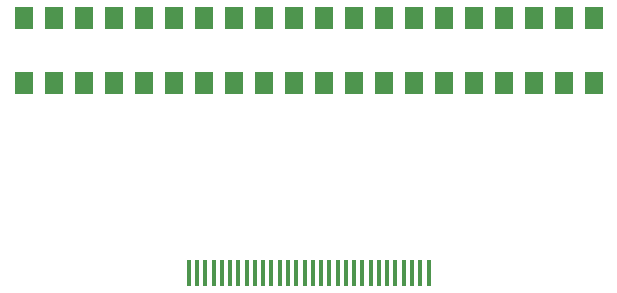
<source format=gbr>
G04 EAGLE Gerber RS-274X export*
G75*
%MOMM*%
%FSLAX34Y34*%
%LPD*%
%INSolderpaste Bottom*%
%IPPOS*%
%AMOC8*
5,1,8,0,0,1.08239X$1,22.5*%
G01*
%ADD10R,0.350000X2.200000*%
%ADD11R,1.500000X1.900000*%


D10*
X223620Y76740D03*
X230620Y76740D03*
X237620Y76740D03*
X244620Y76740D03*
X251620Y76740D03*
X258620Y76740D03*
X265620Y76740D03*
X272620Y76740D03*
X279620Y76740D03*
X286620Y76740D03*
X293620Y76740D03*
X300620Y76740D03*
X307620Y76740D03*
X314620Y76740D03*
X321620Y76740D03*
X328620Y76740D03*
X335620Y76740D03*
X342620Y76740D03*
X349620Y76740D03*
X356620Y76740D03*
X363620Y76740D03*
X370620Y76740D03*
X377620Y76740D03*
X384620Y76740D03*
X391620Y76740D03*
X398620Y76740D03*
X405620Y76740D03*
X412620Y76740D03*
X419620Y76740D03*
X426620Y76740D03*
D11*
X83754Y292500D03*
X109154Y292500D03*
X134554Y292500D03*
X159954Y292500D03*
X185354Y292500D03*
X210754Y292500D03*
X236154Y292500D03*
X261554Y292500D03*
X286954Y292500D03*
X312354Y292500D03*
X337754Y292500D03*
X363154Y292500D03*
X388554Y292500D03*
X413954Y292500D03*
X439354Y292500D03*
X464754Y292500D03*
X490154Y292500D03*
X515554Y292500D03*
X540954Y292500D03*
X566354Y292500D03*
X566554Y238000D03*
X541154Y238000D03*
X515754Y238000D03*
X490354Y238000D03*
X464954Y238000D03*
X439554Y238000D03*
X414154Y238000D03*
X388754Y238000D03*
X363354Y238000D03*
X337954Y238000D03*
X312554Y238000D03*
X287154Y238000D03*
X261754Y238000D03*
X236354Y238000D03*
X210954Y238000D03*
X185554Y238000D03*
X160154Y238000D03*
X134754Y238000D03*
X109354Y238000D03*
X83954Y238000D03*
M02*

</source>
